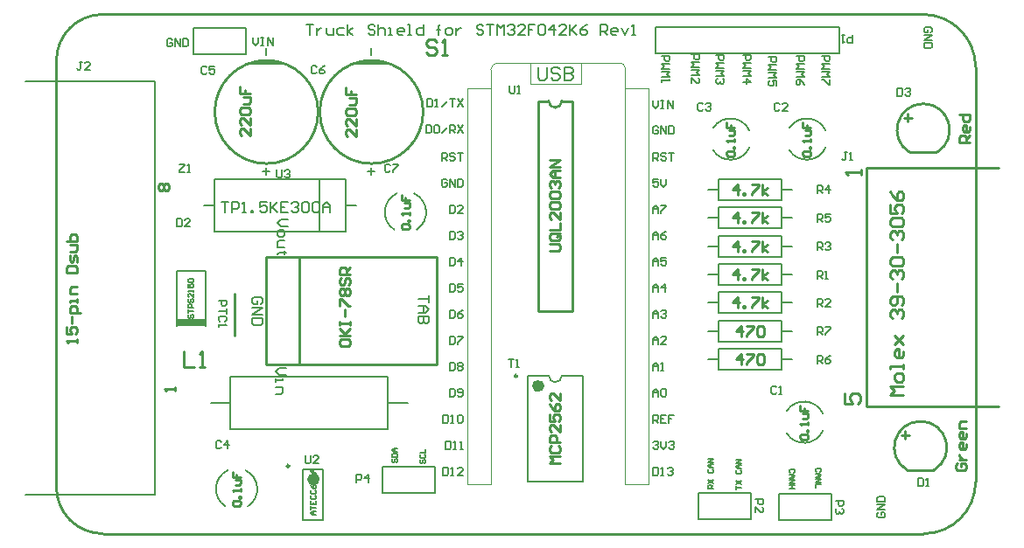
<source format=gto>
G04*
G04 #@! TF.GenerationSoftware,Altium Limited,Altium Designer,20.0.13 (296)*
G04*
G04 Layer_Color=65535*
%FSLAX25Y25*%
%MOIN*%
G70*
G01*
G75*
%ADD10C,0.00197*%
%ADD11C,0.01000*%
%ADD12C,0.02362*%
%ADD13C,0.00984*%
%ADD14C,0.00787*%
%ADD15C,0.00500*%
%ADD16R,0.11024X0.03150*%
D10*
X216500Y177793D02*
G03*
X214793Y179500I-1707J0D01*
G01*
X168000D02*
G03*
X165500Y177000I0J-2500D01*
G01*
X180688Y171563D02*
X180750Y171500D01*
X180500Y171750D02*
X180563Y171688D01*
X180688Y171563D01*
X195375Y171500D02*
X200000D01*
X180750D02*
X185625D01*
X195375D01*
X180500Y171750D02*
Y176000D01*
Y179500D01*
X200000Y171500D02*
Y176125D01*
Y178375D02*
Y179500D01*
Y176125D02*
Y178375D01*
X168000Y179500D02*
X214793D01*
X216500Y170000D02*
Y177793D01*
X165500Y170000D02*
Y177000D01*
X225500Y19000D02*
Y170000D01*
X216500Y19000D02*
X225500D01*
X216500D02*
Y170000D01*
X165500Y19000D02*
Y170000D01*
X156500Y19000D02*
X165500D01*
X156500D02*
Y170000D01*
X216500D02*
X225500D01*
X156500D02*
X165500D01*
D11*
X139685Y160824D02*
G03*
X139685Y160824I-19685J0D01*
G01*
X99685D02*
G03*
X99685Y160824I-19685J0D01*
G01*
X334264Y24285D02*
G03*
X323974Y24285I-5145J8575D01*
G01*
X187500Y165000D02*
G03*
X192500Y165000I2500J0D01*
G01*
X335325Y145378D02*
G03*
X325035Y145378I-5145J8575D01*
G01*
X79800Y64500D02*
Y105500D01*
X145000D01*
X79800Y64500D02*
X145000D01*
Y105500D01*
X92400Y64500D02*
Y105500D01*
X114000Y179482D02*
X126000D01*
X74000D02*
X86000D01*
X323230Y36079D02*
Y39179D01*
X321830Y37579D02*
X324730D01*
X323974Y24285D02*
X334264D01*
X67764Y75399D02*
Y91399D01*
X183500Y165000D02*
X187500D01*
X192500D02*
X196500D01*
Y85000D02*
Y165000D01*
X183500Y85000D02*
X196500D01*
X183500D02*
Y165000D01*
X308380Y139500D02*
X358774D01*
X308380Y48500D02*
Y139500D01*
Y48500D02*
X358774D01*
X324291Y157173D02*
Y160273D01*
X322891Y158673D02*
X325791D01*
X325035Y145378D02*
X335325D01*
X48600Y69398D02*
Y63400D01*
X52599D01*
X54598D02*
X56597D01*
X55598D01*
Y69398D01*
X54598Y68398D01*
X107701Y73599D02*
Y72266D01*
X108368Y71600D01*
X111034D01*
X111700Y72266D01*
Y73599D01*
X111034Y74266D01*
X108368D01*
X107701Y73599D01*
Y75599D02*
X111700D01*
X110367D01*
X107701Y78264D01*
X109701Y76265D01*
X111700Y78264D01*
X107701Y79597D02*
Y80930D01*
Y80264D01*
X111700D01*
Y79597D01*
Y80930D01*
X109701Y82930D02*
Y85596D01*
X107701Y86928D02*
Y89594D01*
X108368D01*
X111034Y86928D01*
X111700D01*
X108368Y90927D02*
X107701Y91593D01*
Y92926D01*
X108368Y93593D01*
X109034D01*
X109701Y92926D01*
X110367Y93593D01*
X111034D01*
X111700Y92926D01*
Y91593D01*
X111034Y90927D01*
X110367D01*
X109701Y91593D01*
X109034Y90927D01*
X108368D01*
X109701Y91593D02*
Y92926D01*
X108368Y97592D02*
X107701Y96925D01*
Y95592D01*
X108368Y94926D01*
X109034D01*
X109701Y95592D01*
Y96925D01*
X110367Y97592D01*
X111034D01*
X111700Y96925D01*
Y95592D01*
X111034Y94926D01*
X111700Y98924D02*
X107701D01*
Y100924D01*
X108368Y101590D01*
X109701D01*
X110367Y100924D01*
Y98924D01*
Y100257D02*
X111700Y101590D01*
X45188Y54599D02*
Y55932D01*
Y55266D01*
X41190D01*
X41856Y54599D01*
X39668Y130853D02*
X39001Y131519D01*
Y132852D01*
X39668Y133519D01*
X40334D01*
X41001Y132852D01*
X41667Y133519D01*
X42334D01*
X43000Y132852D01*
Y131519D01*
X42334Y130853D01*
X41667D01*
X41001Y131519D01*
X40334Y130853D01*
X39668D01*
X41001Y131519D02*
Y132852D01*
X7700Y72753D02*
Y74086D01*
Y73419D01*
X3701D01*
X4368Y72753D01*
X3701Y78751D02*
Y76085D01*
X5701D01*
X5034Y77418D01*
Y78085D01*
X5701Y78751D01*
X7034D01*
X7700Y78085D01*
Y76752D01*
X7034Y76085D01*
X5701Y80084D02*
Y82750D01*
X9033Y84083D02*
X5034D01*
Y86082D01*
X5701Y86748D01*
X7034D01*
X7700Y86082D01*
Y84083D01*
Y88081D02*
Y89414D01*
Y88748D01*
X5034D01*
Y88081D01*
X7700Y91414D02*
X5034D01*
Y93413D01*
X5701Y94080D01*
X7700D01*
X3701Y99411D02*
X7700D01*
Y101410D01*
X7034Y102077D01*
X4368D01*
X3701Y101410D01*
Y99411D01*
X7700Y103410D02*
Y105409D01*
X7034Y106076D01*
X6367Y105409D01*
Y104076D01*
X5701Y103410D01*
X5034Y104076D01*
Y106076D01*
Y107408D02*
X7034D01*
X7700Y108075D01*
Y110074D01*
X5034D01*
X3701Y111407D02*
X7700D01*
Y113407D01*
X7034Y114073D01*
X6367D01*
X5701D01*
X5034Y113407D01*
Y111407D01*
X322549Y53000D02*
X317551D01*
X319217Y54666D01*
X317551Y56332D01*
X322549D01*
Y58831D02*
Y60498D01*
X321716Y61331D01*
X320050D01*
X319217Y60498D01*
Y58831D01*
X320050Y57998D01*
X321716D01*
X322549Y58831D01*
Y62997D02*
Y64663D01*
Y63830D01*
X317551D01*
Y62997D01*
X322549Y69661D02*
Y67995D01*
X321716Y67162D01*
X320050D01*
X319217Y67995D01*
Y69661D01*
X320050Y70494D01*
X320883D01*
Y67162D01*
X319217Y72161D02*
X322549Y75493D01*
X320883Y73827D01*
X319217Y75493D01*
X322549Y72161D01*
X318384Y82157D02*
X317551Y82990D01*
Y84656D01*
X318384Y85489D01*
X319217D01*
X320050Y84656D01*
Y83823D01*
Y84656D01*
X320883Y85489D01*
X321716D01*
X322549Y84656D01*
Y82990D01*
X321716Y82157D01*
Y87156D02*
X322549Y87989D01*
Y89655D01*
X321716Y90488D01*
X318384D01*
X317551Y89655D01*
Y87989D01*
X318384Y87156D01*
X319217D01*
X320050Y87989D01*
Y90488D01*
Y92154D02*
Y95486D01*
X318384Y97152D02*
X317551Y97985D01*
Y99651D01*
X318384Y100485D01*
X319217D01*
X320050Y99651D01*
Y98818D01*
Y99651D01*
X320883Y100485D01*
X321716D01*
X322549Y99651D01*
Y97985D01*
X321716Y97152D01*
X318384Y102151D02*
X317551Y102984D01*
Y104650D01*
X318384Y105483D01*
X321716D01*
X322549Y104650D01*
Y102984D01*
X321716Y102151D01*
X318384D01*
X320050Y107149D02*
Y110481D01*
X318384Y112147D02*
X317551Y112981D01*
Y114647D01*
X318384Y115480D01*
X319217D01*
X320050Y114647D01*
Y113814D01*
Y114647D01*
X320883Y115480D01*
X321716D01*
X322549Y114647D01*
Y112981D01*
X321716Y112147D01*
X318384Y117146D02*
X317551Y117979D01*
Y119645D01*
X318384Y120478D01*
X321716D01*
X322549Y119645D01*
Y117979D01*
X321716Y117146D01*
X318384D01*
X317551Y125477D02*
Y122144D01*
X320050D01*
X319217Y123810D01*
Y124644D01*
X320050Y125477D01*
X321716D01*
X322549Y124644D01*
Y122977D01*
X321716Y122144D01*
X317551Y130475D02*
X318384Y128809D01*
X320050Y127143D01*
X321716D01*
X322549Y127976D01*
Y129642D01*
X321716Y130475D01*
X320883D01*
X320050Y129642D01*
Y127143D01*
X306549Y137000D02*
Y138999D01*
Y138000D01*
X300551D01*
X301551Y137000D01*
X300051Y53499D02*
Y49500D01*
X303050D01*
X302051Y51499D01*
Y52499D01*
X303050Y53499D01*
X305050D01*
X306049Y52499D01*
Y50500D01*
X305050Y49500D01*
X144999Y187598D02*
X143999Y188598D01*
X142000D01*
X141000Y187598D01*
Y186599D01*
X142000Y185599D01*
X143999D01*
X144999Y184599D01*
Y183600D01*
X143999Y182600D01*
X142000D01*
X141000Y183600D01*
X146998Y182600D02*
X148997D01*
X147998D01*
Y188598D01*
X146998Y187598D01*
X188001Y107700D02*
X191333D01*
X192000Y108367D01*
Y109699D01*
X191333Y110366D01*
X188001D01*
X191333Y114365D02*
X188668D01*
X188001Y113698D01*
Y112365D01*
X188668Y111699D01*
X191333D01*
X192000Y112365D01*
Y113698D01*
X190667Y113032D02*
X192000Y114365D01*
Y113698D02*
X191333Y114365D01*
X188001Y115697D02*
X192000D01*
Y118363D01*
Y122362D02*
Y119696D01*
X189334Y122362D01*
X188668D01*
X188001Y121695D01*
Y120363D01*
X188668Y119696D01*
Y123695D02*
X188001Y124361D01*
Y125694D01*
X188668Y126361D01*
X191333D01*
X192000Y125694D01*
Y124361D01*
X191333Y123695D01*
X188668D01*
Y127694D02*
X188001Y128360D01*
Y129693D01*
X188668Y130359D01*
X191333D01*
X192000Y129693D01*
Y128360D01*
X191333Y127694D01*
X188668D01*
Y131692D02*
X188001Y132359D01*
Y133692D01*
X188668Y134358D01*
X189334D01*
X190001Y133692D01*
Y133025D01*
Y133692D01*
X190667Y134358D01*
X191333D01*
X192000Y133692D01*
Y132359D01*
X191333Y131692D01*
X192000Y135691D02*
X189334D01*
X188001Y137024D01*
X189334Y138357D01*
X192000D01*
X190001D01*
Y135691D01*
X192000Y139690D02*
X188001D01*
X192000Y142356D01*
X188001D01*
X192000Y26900D02*
X188001D01*
X189334Y28233D01*
X188001Y29566D01*
X192000D01*
X188668Y33564D02*
X188001Y32898D01*
Y31565D01*
X188668Y30899D01*
X191333D01*
X192000Y31565D01*
Y32898D01*
X191333Y33564D01*
X192000Y34897D02*
X188001D01*
Y36897D01*
X188668Y37563D01*
X190001D01*
X190667Y36897D01*
Y34897D01*
X192000Y41562D02*
Y38896D01*
X189334Y41562D01*
X188668D01*
X188001Y40896D01*
Y39563D01*
X188668Y38896D01*
X188001Y45561D02*
Y42895D01*
X190001D01*
X189334Y44228D01*
Y44894D01*
X190001Y45561D01*
X191333D01*
X192000Y44894D01*
Y43561D01*
X191333Y42895D01*
X188001Y49559D02*
X188668Y48226D01*
X190001Y46894D01*
X191333D01*
X192000Y47560D01*
Y48893D01*
X191333Y49559D01*
X190667D01*
X190001Y48893D01*
Y46894D01*
X192000Y53558D02*
Y50892D01*
X189334Y53558D01*
X188668D01*
X188001Y52892D01*
Y51559D01*
X188668Y50892D01*
X260899Y75300D02*
Y79299D01*
X258900Y77299D01*
X261566D01*
X262899Y79299D02*
X265564D01*
Y78632D01*
X262899Y75966D01*
Y75300D01*
X266897Y78632D02*
X267564Y79299D01*
X268897D01*
X269563Y78632D01*
Y75966D01*
X268897Y75300D01*
X267564D01*
X266897Y75966D01*
Y78632D01*
X260899Y64500D02*
Y68499D01*
X258900Y66499D01*
X261566D01*
X262899Y68499D02*
X265564D01*
Y67832D01*
X262899Y65166D01*
Y64500D01*
X266897Y67832D02*
X267564Y68499D01*
X268897D01*
X269563Y67832D01*
Y65166D01*
X268897Y64500D01*
X267564D01*
X266897Y65166D01*
Y67832D01*
X259499Y118400D02*
Y122399D01*
X257500Y120399D01*
X260166D01*
X261499Y118400D02*
Y119067D01*
X262165D01*
Y118400D01*
X261499D01*
X264831Y122399D02*
X267497D01*
Y121732D01*
X264831Y119067D01*
Y118400D01*
X268830D02*
Y122399D01*
Y119733D02*
X270829Y121066D01*
X268830Y119733D02*
X270829Y118400D01*
X259499Y129200D02*
Y133199D01*
X257500Y131199D01*
X260166D01*
X261499Y129200D02*
Y129867D01*
X262165D01*
Y129200D01*
X261499D01*
X264831Y133199D02*
X267497D01*
Y132532D01*
X264831Y129867D01*
Y129200D01*
X268830D02*
Y133199D01*
Y130533D02*
X270829Y131866D01*
X268830Y130533D02*
X270829Y129200D01*
X259499Y107600D02*
Y111599D01*
X257500Y109599D01*
X260166D01*
X261499Y107600D02*
Y108266D01*
X262165D01*
Y107600D01*
X261499D01*
X264831Y111599D02*
X267497D01*
Y110932D01*
X264831Y108266D01*
Y107600D01*
X268830D02*
Y111599D01*
Y108933D02*
X270829Y110266D01*
X268830Y108933D02*
X270829Y107600D01*
X259499Y86100D02*
Y90099D01*
X257500Y88099D01*
X260166D01*
X261499Y86100D02*
Y86766D01*
X262165D01*
Y86100D01*
X261499D01*
X264831Y90099D02*
X267497D01*
Y89432D01*
X264831Y86766D01*
Y86100D01*
X268830D02*
Y90099D01*
Y87433D02*
X270829Y88766D01*
X268830Y87433D02*
X270829Y86100D01*
X259499Y96800D02*
Y100799D01*
X257500Y98799D01*
X260166D01*
X261499Y96800D02*
Y97466D01*
X262165D01*
Y96800D01*
X261499D01*
X264831Y100799D02*
X267497D01*
Y100132D01*
X264831Y97466D01*
Y96800D01*
X268830D02*
Y100799D01*
Y98133D02*
X270829Y99466D01*
X268830Y98133D02*
X270829Y96800D01*
X347700Y149300D02*
X343701D01*
Y151299D01*
X344368Y151966D01*
X345701D01*
X346367Y151299D01*
Y149300D01*
Y150633D02*
X347700Y151966D01*
Y155298D02*
Y153965D01*
X347034Y153299D01*
X345701D01*
X345034Y153965D01*
Y155298D01*
X345701Y155965D01*
X346367D01*
Y153299D01*
X343701Y159963D02*
X347700D01*
Y157964D01*
X347034Y157297D01*
X345701D01*
X345034Y157964D01*
Y159963D01*
X343268Y26866D02*
X342601Y26199D01*
Y24867D01*
X343268Y24200D01*
X345934D01*
X346600Y24867D01*
Y26199D01*
X345934Y26866D01*
X344601D01*
Y25533D01*
X343934Y28199D02*
X346600D01*
X345267D01*
X344601Y28865D01*
X343934Y29532D01*
Y30198D01*
X346600Y34197D02*
Y32864D01*
X345934Y32197D01*
X344601D01*
X343934Y32864D01*
Y34197D01*
X344601Y34863D01*
X345267D01*
Y32197D01*
X346600Y38195D02*
Y36863D01*
X345934Y36196D01*
X344601D01*
X343934Y36863D01*
Y38195D01*
X344601Y38862D01*
X345267D01*
Y36196D01*
X346600Y40195D02*
X343934D01*
Y42194D01*
X344601Y42861D01*
X346600D01*
X131974Y116080D02*
X131474Y116580D01*
Y117580D01*
X131974Y118080D01*
X133974D01*
X134473Y117580D01*
Y116580D01*
X133974Y116080D01*
X131974D01*
X134473Y119079D02*
X133974D01*
Y119579D01*
X134473D01*
Y119079D01*
Y121579D02*
Y122578D01*
Y122078D01*
X131474D01*
X131974Y121579D01*
X132474Y124078D02*
X133974D01*
X134473Y124577D01*
Y126077D01*
X132474D01*
X131474Y129076D02*
Y127077D01*
X132974D01*
Y128076D01*
Y127077D01*
X134473D01*
X114217Y154092D02*
Y151426D01*
X111551Y154092D01*
X110885D01*
X110218Y153425D01*
Y152092D01*
X110885Y151426D01*
X114217Y158090D02*
Y155424D01*
X111551Y158090D01*
X110885D01*
X110218Y157424D01*
Y156091D01*
X110885Y155424D01*
Y159423D02*
X110218Y160090D01*
Y161422D01*
X110885Y162089D01*
X113551D01*
X114217Y161422D01*
Y160090D01*
X113551Y159423D01*
X110885D01*
X111551Y163422D02*
X113551D01*
X114217Y164088D01*
Y166088D01*
X111551D01*
X110218Y170086D02*
Y167420D01*
X112218D01*
Y168753D01*
Y167420D01*
X114217D01*
X73919Y154460D02*
Y151794D01*
X71253Y154460D01*
X70587D01*
X69920Y153794D01*
Y152461D01*
X70587Y151794D01*
X73919Y158459D02*
Y155793D01*
X71253Y158459D01*
X70587D01*
X69920Y157792D01*
Y156459D01*
X70587Y155793D01*
Y159792D02*
X69920Y160458D01*
Y161791D01*
X70587Y162458D01*
X73252D01*
X73919Y161791D01*
Y160458D01*
X73252Y159792D01*
X70587D01*
X71253Y163790D02*
X73252D01*
X73919Y164457D01*
Y166456D01*
X71253D01*
X69920Y170455D02*
Y167789D01*
X71920D01*
Y169122D01*
Y167789D01*
X73919D01*
X67607Y10567D02*
X67107Y11067D01*
Y12067D01*
X67607Y12567D01*
X69607D01*
X70106Y12067D01*
Y11067D01*
X69607Y10567D01*
X67607D01*
X70106Y13566D02*
X69607D01*
Y14066D01*
X70106D01*
Y13566D01*
Y16066D02*
Y17065D01*
Y16566D01*
X67107D01*
X67607Y16066D01*
X68107Y18565D02*
X69607D01*
X70106Y19065D01*
Y20564D01*
X68107D01*
X67107Y23563D02*
Y21564D01*
X68607D01*
Y22564D01*
Y21564D01*
X70106D01*
X255701Y144000D02*
X255201Y144500D01*
Y145500D01*
X255701Y145999D01*
X257700D01*
X258200Y145500D01*
Y144500D01*
X257700Y144000D01*
X255701D01*
X258200Y146999D02*
X257700D01*
Y147499D01*
X258200D01*
Y146999D01*
Y149498D02*
Y150498D01*
Y149998D01*
X255201D01*
X255701Y149498D01*
X256201Y151997D02*
X257700D01*
X258200Y152497D01*
Y153997D01*
X256201D01*
X255201Y156996D02*
Y154996D01*
X256700D01*
Y155996D01*
Y154996D01*
X258200D01*
X284801Y144000D02*
X284301Y144500D01*
Y145500D01*
X284801Y145999D01*
X286800D01*
X287300Y145500D01*
Y144500D01*
X286800Y144000D01*
X284801D01*
X287300Y146999D02*
X286800D01*
Y147499D01*
X287300D01*
Y146999D01*
Y149498D02*
Y150498D01*
Y149998D01*
X284301D01*
X284801Y149498D01*
X285301Y151997D02*
X286800D01*
X287300Y152497D01*
Y153997D01*
X285301D01*
X284301Y156996D02*
Y154996D01*
X285801D01*
Y155996D01*
Y154996D01*
X287300D01*
X283701Y36000D02*
X283201Y36500D01*
Y37499D01*
X283701Y37999D01*
X285700D01*
X286200Y37499D01*
Y36500D01*
X285700Y36000D01*
X283701D01*
X286200Y38999D02*
X285700D01*
Y39499D01*
X286200D01*
Y38999D01*
Y41498D02*
Y42498D01*
Y41998D01*
X283201D01*
X283701Y41498D01*
X284201Y43997D02*
X285700D01*
X286200Y44497D01*
Y45997D01*
X284201D01*
X283201Y48996D02*
Y46996D01*
X284700D01*
Y47996D01*
Y46996D01*
X286200D01*
X330325Y0D02*
G03*
X350065Y19739I0J19739D01*
G01*
X350064Y177977D02*
G03*
X330009Y198033I-20056J0D01*
G01*
X17619Y198033D02*
G03*
X0Y180413I0J-17619D01*
G01*
Y17716D02*
G03*
X17717Y0I17716J-0D01*
G01*
X350065Y177977D02*
X350065Y19739D01*
X17620Y198033D02*
X330009Y198033D01*
X0Y17717D02*
Y180413D01*
X17717Y0D02*
X330325D01*
D12*
X99069Y20709D02*
G03*
X99069Y20709I-1181J0D01*
G01*
X184685Y56339D02*
G03*
X184685Y56339I-1181J0D01*
G01*
D13*
X88734Y25846D02*
G03*
X88734Y25846I-492J0D01*
G01*
X175492Y60118D02*
G03*
X175492Y60118I-492J0D01*
G01*
D14*
X291909Y45785D02*
G03*
X278109Y46743I-7161J-3274D01*
G01*
Y38278D02*
G03*
X291909Y39237I6640J4232D01*
G01*
X187500Y60276D02*
G03*
X192500Y60276I2500J0D01*
G01*
X263893Y153755D02*
G03*
X250092Y154713I-7161J-3274D01*
G01*
Y146248D02*
G03*
X263893Y147206I6640J4232D01*
G01*
X292945Y153755D02*
G03*
X279144Y154713I-7161J-3274D01*
G01*
Y146248D02*
G03*
X292945Y147206I6640J4232D01*
G01*
X129672Y129742D02*
G03*
X128714Y115941I3274J-7161D01*
G01*
X137178D02*
G03*
X136220Y129742I-4232J6640D01*
G01*
X65344Y24194D02*
G03*
X64386Y10393I3274J-7161D01*
G01*
X72851D02*
G03*
X71893Y24194I-4232J6640D01*
G01*
X58702Y50000D02*
X66202D01*
X126202D02*
X133702D01*
X126202Y40000D02*
Y60000D01*
X66202D02*
X126202D01*
X66202Y40000D02*
Y60000D01*
Y40000D02*
X126202D01*
X60029Y135087D02*
X110029D01*
X60029Y115087D02*
Y135087D01*
Y115087D02*
X110029D01*
Y135087D01*
X100029Y115087D02*
Y135087D01*
X56029Y125087D02*
X60029D01*
X110029D02*
X114029D01*
X52181Y182746D02*
Y192746D01*
X72181D01*
Y182746D02*
Y192746D01*
X52181Y182746D02*
X72181D01*
X228045Y193241D02*
X298045D01*
X228045Y183241D02*
Y193241D01*
Y183241D02*
X298045D01*
Y193241D01*
X-11800Y172493D02*
X37413D01*
X-11800Y15013D02*
X37413D01*
Y172493D01*
X244585Y5385D02*
Y15385D01*
X264585D01*
Y5385D02*
Y15385D01*
X244585Y5385D02*
X264585D01*
X295180Y5288D02*
Y15288D01*
X275180Y5288D02*
X295180D01*
X275180D02*
Y15288D01*
X295180D01*
X93951Y5354D02*
X101628D01*
X93951Y24646D02*
X101628D01*
Y5354D02*
Y24646D01*
X93951Y5354D02*
Y24646D01*
X124241Y15682D02*
Y25682D01*
X144241D01*
Y15682D02*
Y25682D01*
X124241Y15682D02*
X144241D01*
X276192Y94849D02*
Y102849D01*
X252192Y94849D02*
X276192D01*
X252192D02*
Y102849D01*
X276192D01*
Y98849D02*
X280192D01*
X248192D02*
X252192D01*
X276192Y84054D02*
Y92054D01*
X252192Y84054D02*
X276192D01*
X252192D02*
Y92054D01*
X276192D01*
Y88054D02*
X280192D01*
X248192D02*
X252192D01*
X179567Y19724D02*
Y60276D01*
X200433Y19724D02*
Y60276D01*
X179567D02*
X187500D01*
X192500D02*
X200433D01*
X179567Y19724D02*
X200433D01*
X276192Y105645D02*
Y113645D01*
X252192Y105645D02*
X276192D01*
X252192D02*
Y113645D01*
X276192D01*
Y109645D02*
X280192D01*
X248192D02*
X252192D01*
X276192Y116440D02*
Y124440D01*
X252192Y116440D02*
X276192D01*
X252192D02*
Y124440D01*
X276192D01*
Y120440D02*
X280192D01*
X248192D02*
X252192D01*
X276192Y127236D02*
Y135236D01*
X252192Y127236D02*
X276192D01*
X252192D02*
Y135236D01*
X276192D01*
Y131236D02*
X280192D01*
X248192D02*
X252192D01*
X276192Y62463D02*
Y70463D01*
X252192Y62463D02*
X276192D01*
X252192D02*
Y70463D01*
X276192D01*
Y66463D02*
X280192D01*
X248192D02*
X252192D01*
X45750Y100080D02*
X56774D01*
Y79214D02*
Y100080D01*
X45750Y79214D02*
Y100080D01*
X276192Y73258D02*
Y81258D01*
X252192Y73258D02*
X276192D01*
X252192D02*
Y81258D01*
X276192D01*
Y77258D02*
X280192D01*
X248192D02*
X252192D01*
X227287Y165286D02*
Y163287D01*
X228287Y162287D01*
X229287Y163287D01*
Y165286D01*
X230286D02*
X231286D01*
X230786D01*
Y162287D01*
X230286D01*
X231286D01*
X232786D02*
Y165286D01*
X234785Y162287D01*
Y165286D01*
X229286Y154857D02*
X228786Y155357D01*
X227787D01*
X227287Y154857D01*
Y152858D01*
X227787Y152358D01*
X228786D01*
X229286Y152858D01*
Y153858D01*
X228286D01*
X230286Y152358D02*
Y155357D01*
X232285Y152358D01*
Y155357D01*
X233285D02*
Y152358D01*
X234784D01*
X235284Y152858D01*
Y154857D01*
X234784Y155357D01*
X233285D01*
X227287Y142355D02*
Y145354D01*
X228786D01*
X229286Y144854D01*
Y143854D01*
X228786Y143354D01*
X227287D01*
X228286D02*
X229286Y142355D01*
X232285Y144854D02*
X231785Y145354D01*
X230786D01*
X230286Y144854D01*
Y144354D01*
X230786Y143854D01*
X231785D01*
X232285Y143354D01*
Y142854D01*
X231785Y142355D01*
X230786D01*
X230286Y142854D01*
X233285Y145354D02*
X235284D01*
X234284D01*
Y142355D01*
X229286Y135351D02*
X227287D01*
Y133851D01*
X228287Y134351D01*
X228786D01*
X229286Y133851D01*
Y132851D01*
X228786Y132352D01*
X227787D01*
X227287Y132851D01*
X230286Y135351D02*
Y133351D01*
X231286Y132352D01*
X232285Y133351D01*
Y135351D01*
X227287Y122348D02*
Y124348D01*
X228287Y125347D01*
X229286Y124348D01*
Y122348D01*
Y123848D01*
X227287D01*
X230286Y125347D02*
X232285D01*
Y124847D01*
X230286Y122848D01*
Y122348D01*
X227287Y112345D02*
Y114344D01*
X228287Y115344D01*
X229286Y114344D01*
Y112345D01*
Y113845D01*
X227287D01*
X232285Y115344D02*
X231286Y114844D01*
X230286Y113845D01*
Y112845D01*
X230786Y112345D01*
X231785D01*
X232285Y112845D01*
Y113345D01*
X231785Y113845D01*
X230286D01*
X227287Y102342D02*
Y104341D01*
X228287Y105341D01*
X229286Y104341D01*
Y102342D01*
Y103841D01*
X227287D01*
X232285Y105341D02*
X230286D01*
Y103841D01*
X231286Y104341D01*
X231785D01*
X232285Y103841D01*
Y102841D01*
X231785Y102342D01*
X230786D01*
X230286Y102841D01*
X227287Y92338D02*
Y94338D01*
X228287Y95337D01*
X229286Y94338D01*
Y92338D01*
Y93838D01*
X227287D01*
X231785Y92338D02*
Y95337D01*
X230286Y93838D01*
X232285D01*
X227287Y82335D02*
Y84334D01*
X228287Y85334D01*
X229286Y84334D01*
Y82335D01*
Y83835D01*
X227287D01*
X230286Y84834D02*
X230786Y85334D01*
X231785D01*
X232285Y84834D01*
Y84334D01*
X231785Y83835D01*
X231286D01*
X231785D01*
X232285Y83335D01*
Y82835D01*
X231785Y82335D01*
X230786D01*
X230286Y82835D01*
X227287Y72332D02*
Y74331D01*
X228287Y75331D01*
X229286Y74331D01*
Y72332D01*
Y73831D01*
X227287D01*
X232285Y72332D02*
X230286D01*
X232285Y74331D01*
Y74831D01*
X231785Y75331D01*
X230786D01*
X230286Y74831D01*
X227287Y62329D02*
Y64328D01*
X228286Y65328D01*
X229286Y64328D01*
Y62329D01*
Y63828D01*
X227287D01*
X230286Y62329D02*
X231286D01*
X230786D01*
Y65328D01*
X230286Y64828D01*
X227287Y52325D02*
Y54325D01*
X228287Y55324D01*
X229286Y54325D01*
Y52325D01*
Y53825D01*
X227287D01*
X230286Y54825D02*
X230786Y55324D01*
X231785D01*
X232285Y54825D01*
Y52825D01*
X231785Y52325D01*
X230786D01*
X230286Y52825D01*
Y54825D01*
X227287Y42322D02*
Y45321D01*
X228786D01*
X229286Y44821D01*
Y43822D01*
X228786Y43322D01*
X227287D01*
X228286D02*
X229286Y42322D01*
X232285Y45321D02*
X230286D01*
Y42322D01*
X232285D01*
X230286Y43822D02*
X231285D01*
X235284Y45321D02*
X233285D01*
Y43822D01*
X234284D01*
X233285D01*
Y42322D01*
X227287Y34818D02*
X227787Y35318D01*
X228786D01*
X229286Y34818D01*
Y34318D01*
X228786Y33818D01*
X228286D01*
X228786D01*
X229286Y33319D01*
Y32819D01*
X228786Y32319D01*
X227787D01*
X227287Y32819D01*
X230286Y35318D02*
Y33319D01*
X231285Y32319D01*
X232285Y33319D01*
Y35318D01*
X233285Y34818D02*
X233785Y35318D01*
X234784D01*
X235284Y34818D01*
Y34318D01*
X234784Y33818D01*
X234284D01*
X234784D01*
X235284Y33319D01*
Y32819D01*
X234784Y32319D01*
X233785D01*
X233285Y32819D01*
X227287Y25315D02*
Y22316D01*
X228786D01*
X229286Y22816D01*
Y24815D01*
X228786Y25315D01*
X227287D01*
X230286Y22316D02*
X231285D01*
X230786D01*
Y25315D01*
X230286Y24815D01*
X232785D02*
X233285Y25315D01*
X234284D01*
X234784Y24815D01*
Y24315D01*
X234284Y23815D01*
X233785D01*
X234284D01*
X234784Y23315D01*
Y22816D01*
X234284Y22316D01*
X233285D01*
X232785Y22816D01*
X141289Y165786D02*
Y162787D01*
X142788D01*
X143288Y163287D01*
Y165287D01*
X142788Y165786D01*
X141289D01*
X144288Y162787D02*
X145287D01*
X144788D01*
Y165786D01*
X144288Y165287D01*
X146787Y162787D02*
X148786Y164787D01*
X149786Y165786D02*
X151785D01*
X150786D01*
Y162787D01*
X152785Y165786D02*
X154784Y162787D01*
Y165786D02*
X152785Y162787D01*
X140789Y155786D02*
Y152787D01*
X142288D01*
X142788Y153287D01*
Y155287D01*
X142288Y155786D01*
X140789D01*
X143788Y155287D02*
X144288Y155786D01*
X145287D01*
X145787Y155287D01*
Y153287D01*
X145287Y152787D01*
X144288D01*
X143788Y153287D01*
Y155287D01*
X146787Y152787D02*
X148786Y154787D01*
X149786Y152787D02*
Y155786D01*
X151285D01*
X151785Y155287D01*
Y154287D01*
X151285Y153787D01*
X149786D01*
X150786D02*
X151785Y152787D01*
X152785Y155786D02*
X154784Y152787D01*
Y155786D02*
X152785Y152787D01*
X146787Y142355D02*
Y145354D01*
X148286D01*
X148786Y144854D01*
Y143854D01*
X148286Y143354D01*
X146787D01*
X147786D02*
X148786Y142355D01*
X151785Y144854D02*
X151285Y145354D01*
X150286D01*
X149786Y144854D01*
Y144354D01*
X150286Y143854D01*
X151285D01*
X151785Y143354D01*
Y142854D01*
X151285Y142355D01*
X150286D01*
X149786Y142854D01*
X152785Y145354D02*
X154784D01*
X153785D01*
Y142355D01*
X148786Y134851D02*
X148286Y135350D01*
X147287D01*
X146787Y134851D01*
Y132851D01*
X147287Y132351D01*
X148286D01*
X148786Y132851D01*
Y133851D01*
X147786D01*
X149786Y132351D02*
Y135350D01*
X151785Y132351D01*
Y135350D01*
X152785D02*
Y132351D01*
X154284D01*
X154784Y132851D01*
Y134851D01*
X154284Y135350D01*
X152785D01*
X149786Y125347D02*
Y122348D01*
X151285D01*
X151785Y122848D01*
Y124847D01*
X151285Y125347D01*
X149786D01*
X154784Y122348D02*
X152785D01*
X154784Y124347D01*
Y124847D01*
X154284Y125347D01*
X153285D01*
X152785Y124847D01*
X149786Y115344D02*
Y112345D01*
X151285D01*
X151785Y112845D01*
Y114844D01*
X151285Y115344D01*
X149786D01*
X152785Y114844D02*
X153285Y115344D01*
X154284D01*
X154784Y114844D01*
Y114344D01*
X154284Y113844D01*
X153785D01*
X154284D01*
X154784Y113345D01*
Y112845D01*
X154284Y112345D01*
X153285D01*
X152785Y112845D01*
X149786Y105341D02*
Y102342D01*
X151285D01*
X151785Y102841D01*
Y104841D01*
X151285Y105341D01*
X149786D01*
X154284Y102342D02*
Y105341D01*
X152785Y103841D01*
X154784D01*
X149786Y95337D02*
Y92338D01*
X151285D01*
X151785Y92838D01*
Y94837D01*
X151285Y95337D01*
X149786D01*
X154784D02*
X152785D01*
Y93838D01*
X153785Y94338D01*
X154284D01*
X154784Y93838D01*
Y92838D01*
X154284Y92338D01*
X153285D01*
X152785Y92838D01*
X149786Y85334D02*
Y82335D01*
X151285D01*
X151785Y82835D01*
Y84834D01*
X151285Y85334D01*
X149786D01*
X154784D02*
X153785Y84834D01*
X152785Y83835D01*
Y82835D01*
X153285Y82335D01*
X154284D01*
X154784Y82835D01*
Y83335D01*
X154284Y83835D01*
X152785D01*
X149786Y75331D02*
Y72332D01*
X151285D01*
X151785Y72832D01*
Y74831D01*
X151285Y75331D01*
X149786D01*
X152785D02*
X154784D01*
Y74831D01*
X152785Y72832D01*
Y72332D01*
X149786Y65328D02*
Y62328D01*
X151285D01*
X151785Y62828D01*
Y64828D01*
X151285Y65328D01*
X149786D01*
X152785Y64828D02*
X153285Y65328D01*
X154284D01*
X154784Y64828D01*
Y64328D01*
X154284Y63828D01*
X154784Y63328D01*
Y62828D01*
X154284Y62328D01*
X153285D01*
X152785Y62828D01*
Y63328D01*
X153285Y63828D01*
X152785Y64328D01*
Y64828D01*
X153285Y63828D02*
X154284D01*
X149786Y55324D02*
Y52325D01*
X151285D01*
X151785Y52825D01*
Y54825D01*
X151285Y55324D01*
X149786D01*
X152785Y52825D02*
X153285Y52325D01*
X154284D01*
X154784Y52825D01*
Y54825D01*
X154284Y55324D01*
X153285D01*
X152785Y54825D01*
Y54325D01*
X153285Y53825D01*
X154784D01*
X147287Y45321D02*
Y42322D01*
X148786D01*
X149286Y42822D01*
Y44821D01*
X148786Y45321D01*
X147287D01*
X150286Y42322D02*
X151285D01*
X150786D01*
Y45321D01*
X150286Y44821D01*
X152785D02*
X153285Y45321D01*
X154284D01*
X154784Y44821D01*
Y42822D01*
X154284Y42322D01*
X153285D01*
X152785Y42822D01*
Y44821D01*
X148286Y35318D02*
Y32319D01*
X149786D01*
X150286Y32819D01*
Y34818D01*
X149786Y35318D01*
X148286D01*
X151285Y32319D02*
X152285D01*
X151785D01*
Y35318D01*
X151285Y34818D01*
X153785Y32319D02*
X154784D01*
X154284D01*
Y35318D01*
X153785Y34818D01*
X147287Y25315D02*
Y22316D01*
X148786D01*
X149286Y22815D01*
Y24815D01*
X148786Y25315D01*
X147287D01*
X150286Y22316D02*
X151285D01*
X150786D01*
Y25315D01*
X150286Y24815D01*
X154784Y22316D02*
X152785D01*
X154784Y24315D01*
Y24815D01*
X154284Y25315D01*
X153285D01*
X152785Y24815D01*
X44085Y188340D02*
X43585Y188840D01*
X42585D01*
X42085Y188340D01*
Y186341D01*
X42585Y185841D01*
X43585D01*
X44085Y186341D01*
Y187340D01*
X43085D01*
X45084Y185841D02*
Y188840D01*
X47084Y185841D01*
Y188840D01*
X48083D02*
Y185841D01*
X49583D01*
X50083Y186341D01*
Y188340D01*
X49583Y188840D01*
X48083D01*
X75000Y189150D02*
Y187151D01*
X76000Y186151D01*
X77000Y187151D01*
Y189150D01*
X77999D02*
X78999D01*
X78499D01*
Y186151D01*
X77999D01*
X78999D01*
X80498D02*
Y189150D01*
X82498Y186151D01*
Y189150D01*
D15*
X138850Y28317D02*
X138517Y27984D01*
Y27318D01*
X138850Y26985D01*
X139183D01*
X139517Y27318D01*
Y27984D01*
X139850Y28317D01*
X140183D01*
X140516Y27984D01*
Y27318D01*
X140183Y26985D01*
X138850Y30317D02*
X138517Y29983D01*
Y29317D01*
X138850Y28984D01*
X140183D01*
X140516Y29317D01*
Y29983D01*
X140183Y30317D01*
X138517Y30983D02*
X140516D01*
Y32316D01*
X128277Y28551D02*
X127943Y28218D01*
Y27552D01*
X128277Y27218D01*
X128610D01*
X128943Y27552D01*
Y28218D01*
X129276Y28551D01*
X129609D01*
X129943Y28218D01*
Y27552D01*
X129609Y27218D01*
X127943Y29218D02*
X129943D01*
Y30217D01*
X129609Y30551D01*
X128277D01*
X127943Y30217D01*
Y29218D01*
X129943Y31217D02*
X128610D01*
X127943Y31883D01*
X128610Y32550D01*
X129943D01*
X128943D01*
Y31217D01*
X83963Y138736D02*
Y136236D01*
X84463Y135737D01*
X85463D01*
X85963Y136236D01*
Y138736D01*
X86962Y138236D02*
X87462Y138736D01*
X88462D01*
X88962Y138236D01*
Y137736D01*
X88462Y137236D01*
X87962D01*
X88462D01*
X88962Y136736D01*
Y136236D01*
X88462Y135737D01*
X87462D01*
X86962Y136236D01*
X77732Y87634D02*
X78399Y88301D01*
Y89634D01*
X77732Y90300D01*
X75067D01*
X74400Y89634D01*
Y88301D01*
X75067Y87634D01*
X76399D01*
Y88967D01*
X74400Y86301D02*
X78399D01*
X74400Y83635D01*
X78399D01*
Y82303D02*
X74400D01*
Y80303D01*
X75067Y79637D01*
X77732D01*
X78399Y80303D01*
Y82303D01*
X88099Y119900D02*
X85433D01*
X84100Y118567D01*
X85433Y117234D01*
X88099D01*
X84100Y115235D02*
Y113902D01*
X84767Y113235D01*
X86099D01*
X86766Y113902D01*
Y115235D01*
X86099Y115901D01*
X84767D01*
X84100Y115235D01*
X86766Y111903D02*
X84767D01*
X84100Y111236D01*
Y109237D01*
X86766D01*
X87432Y107237D02*
X86766D01*
Y107904D01*
Y106571D01*
Y107237D01*
X84767D01*
X84100Y106571D01*
X141799Y90800D02*
Y88134D01*
Y89467D01*
X137800D01*
Y86801D02*
X140466D01*
X141799Y85468D01*
X140466Y84136D01*
X137800D01*
X139799D01*
Y86801D01*
X141799Y82803D02*
X137800D01*
Y80803D01*
X138467Y80137D01*
X139133D01*
X139799Y80803D01*
Y82803D01*
Y80803D01*
X140466Y80137D01*
X141132D01*
X141799Y80803D01*
Y82803D01*
X87599Y63200D02*
X84933D01*
X83600Y61867D01*
X84933Y60534D01*
X87599D01*
X83600Y59201D02*
Y57868D01*
Y58535D01*
X86266D01*
Y59201D01*
X83600Y55869D02*
X86266D01*
Y53870D01*
X85599Y53203D01*
X83600D01*
X332952Y191080D02*
X333452Y191580D01*
Y192580D01*
X332952Y193080D01*
X330952D01*
X330452Y192580D01*
Y191580D01*
X330952Y191080D01*
X331952D01*
Y192080D01*
X330452Y190081D02*
X333452D01*
X330452Y188082D01*
X333452D01*
Y187082D02*
X330452D01*
Y185582D01*
X330952Y185082D01*
X332952D01*
X333452Y185582D01*
Y187082D01*
X313142Y8126D02*
X312642Y7627D01*
Y6627D01*
X313142Y6127D01*
X315142D01*
X315641Y6627D01*
Y7627D01*
X315142Y8126D01*
X314142D01*
Y7127D01*
X315641Y9126D02*
X312642D01*
X315641Y11125D01*
X312642D01*
Y12125D02*
X315641D01*
Y13625D01*
X315142Y14124D01*
X313142D01*
X312642Y13625D01*
Y12125D01*
X183500Y177998D02*
Y173833D01*
X184333Y173000D01*
X185999D01*
X186832Y173833D01*
Y177998D01*
X191831Y177165D02*
X190998Y177998D01*
X189331D01*
X188498Y177165D01*
Y176332D01*
X189331Y175499D01*
X190998D01*
X191831Y174666D01*
Y173833D01*
X190998Y173000D01*
X189331D01*
X188498Y173833D01*
X193497Y177998D02*
Y173000D01*
X195996D01*
X196829Y173833D01*
Y174666D01*
X195996Y175499D01*
X193497D01*
X195996D01*
X196829Y176332D01*
Y177165D01*
X195996Y177998D01*
X193497D01*
X120001Y136982D02*
Y139648D01*
X118668Y138315D02*
X121334D01*
X120001Y182482D02*
Y185148D01*
X80001Y136982D02*
Y139648D01*
X78668Y138315D02*
X81334D01*
X80001Y182482D02*
Y185148D01*
X251315Y182653D02*
X254314D01*
Y181153D01*
X253814Y180653D01*
X252815D01*
X252315Y181153D01*
Y182653D01*
X254314Y179654D02*
X251315D01*
X252315Y178654D01*
X251315Y177654D01*
X254314D01*
X251315Y176655D02*
X254314D01*
X253315Y175655D01*
X254314Y174655D01*
X251315D01*
X253814Y173655D02*
X254314Y173156D01*
Y172156D01*
X253814Y171656D01*
X253315D01*
X252815Y172156D01*
Y172656D01*
Y172156D01*
X252315Y171656D01*
X251815D01*
X251315Y172156D01*
Y173156D01*
X251815Y173655D01*
X271322Y181849D02*
X274321D01*
Y180350D01*
X273821Y179850D01*
X272821D01*
X272321Y180350D01*
Y181849D01*
X274321Y178850D02*
X271322D01*
X272321Y177851D01*
X271322Y176851D01*
X274321D01*
X271322Y175851D02*
X274321D01*
X273321Y174852D01*
X274321Y173852D01*
X271322D01*
X274321Y170853D02*
Y172852D01*
X272821D01*
X273321Y171853D01*
Y171353D01*
X272821Y170853D01*
X271821D01*
X271322Y171353D01*
Y172353D01*
X271821Y172852D01*
X230636Y182274D02*
X233635D01*
Y180774D01*
X233135Y180274D01*
X232136D01*
X231636Y180774D01*
Y182274D01*
X233635Y179275D02*
X230636D01*
X231636Y178275D01*
X230636Y177275D01*
X233635D01*
X230636Y176276D02*
X233635D01*
X232636Y175276D01*
X233635Y174276D01*
X230636D01*
Y173277D02*
Y172277D01*
Y172777D01*
X233635D01*
X233135Y173277D01*
X241970Y182767D02*
X244969D01*
Y181267D01*
X244469Y180768D01*
X243470D01*
X242970Y181267D01*
Y182767D01*
X244969Y179768D02*
X241970D01*
X242970Y178768D01*
X241970Y177769D01*
X244969D01*
X241970Y176769D02*
X244969D01*
X243970Y175769D01*
X244969Y174770D01*
X241970D01*
Y171771D02*
Y173770D01*
X243970Y171771D01*
X244469D01*
X244969Y172270D01*
Y173270D01*
X244469Y173770D01*
X261493Y182533D02*
X264492D01*
Y181033D01*
X263992Y180533D01*
X262992D01*
X262492Y181033D01*
Y182533D01*
X264492Y179534D02*
X261493D01*
X262492Y178534D01*
X261493Y177534D01*
X264492D01*
X261493Y176535D02*
X264492D01*
X263492Y175535D01*
X264492Y174535D01*
X261493D01*
Y172036D02*
X264492D01*
X262992Y173536D01*
Y171536D01*
X281698Y182104D02*
X284697D01*
Y180604D01*
X284197Y180104D01*
X283198D01*
X282698Y180604D01*
Y182104D01*
X284697Y179105D02*
X281698D01*
X282698Y178105D01*
X281698Y177105D01*
X284697D01*
X281698Y176106D02*
X284697D01*
X283698Y175106D01*
X284697Y174106D01*
X281698D01*
X284697Y171107D02*
X284197Y172107D01*
X283198Y173107D01*
X282198D01*
X281698Y172607D01*
Y171607D01*
X282198Y171107D01*
X282698D01*
X283198Y171607D01*
Y173107D01*
X291664Y182198D02*
X294663D01*
Y180699D01*
X294163Y180199D01*
X293163D01*
X292663Y180699D01*
Y182198D01*
X294663Y179199D02*
X291664D01*
X292663Y178199D01*
X291664Y177200D01*
X294663D01*
X291664Y176200D02*
X294663D01*
X293663Y175200D01*
X294663Y174201D01*
X291664D01*
X294663Y173201D02*
Y171202D01*
X294163D01*
X292163Y173201D01*
X291664D01*
X280960Y23332D02*
X281293Y23665D01*
Y24331D01*
X280960Y24665D01*
X279627D01*
X279293Y24331D01*
Y23665D01*
X279627Y23332D01*
X279293Y22665D02*
X280626D01*
X281293Y21999D01*
X280626Y21332D01*
X279293D01*
X280293D01*
Y22665D01*
X279293Y20666D02*
X281293D01*
X279293Y19333D01*
X281293D01*
Y18666D02*
X279293D01*
X280293D01*
Y17334D01*
X281293D01*
X279293D01*
X290804Y23546D02*
X291137Y23879D01*
Y24545D01*
X290804Y24879D01*
X289471D01*
X289138Y24545D01*
Y23879D01*
X289471Y23546D01*
X289138Y22879D02*
X290471D01*
X291137Y22213D01*
X290471Y21546D01*
X289138D01*
X290138D01*
Y22879D01*
X289138Y20880D02*
X291137D01*
X289138Y19547D01*
X291137D01*
Y18880D02*
X289138D01*
Y17548D01*
X250113Y17149D02*
X248114D01*
Y18148D01*
X248447Y18482D01*
X249113D01*
X249447Y18148D01*
Y17149D01*
Y17815D02*
X250113Y18482D01*
X248114Y19148D02*
X250113Y20481D01*
X248114D02*
X250113Y19148D01*
X248447Y24480D02*
X248114Y24147D01*
Y23480D01*
X248447Y23147D01*
X249780D01*
X250113Y23480D01*
Y24147D01*
X249780Y24480D01*
X250113Y25146D02*
X248780D01*
X248114Y25813D01*
X248780Y26479D01*
X250113D01*
X249113D01*
Y25146D01*
X250113Y27145D02*
X248114D01*
X250113Y28478D01*
X248114D01*
X258986Y16922D02*
Y18255D01*
Y17589D01*
X260985D01*
X258986Y18922D02*
X260985Y20254D01*
X258986D02*
X260985Y18922D01*
X259319Y24253D02*
X258986Y23920D01*
Y23253D01*
X259319Y22920D01*
X260652D01*
X260985Y23253D01*
Y23920D01*
X260652Y24253D01*
X260985Y24919D02*
X259652D01*
X258986Y25586D01*
X259652Y26252D01*
X260985D01*
X259985D01*
Y24919D01*
X260985Y26919D02*
X258986D01*
X260985Y28252D01*
X258986D01*
X95103Y194229D02*
X97727D01*
X96415D01*
Y190294D01*
X99039Y192918D02*
Y190294D01*
Y191606D01*
X99695Y192262D01*
X100351Y192918D01*
X101007D01*
X102975D02*
Y190950D01*
X103631Y190294D01*
X105599D01*
Y192918D01*
X109535D02*
X107567D01*
X106911Y192262D01*
Y190950D01*
X107567Y190294D01*
X109535D01*
X110846D02*
Y194229D01*
Y191606D02*
X112814Y192918D01*
X110846Y191606D02*
X112814Y190294D01*
X121342Y193573D02*
X120686Y194229D01*
X119374D01*
X118718Y193573D01*
Y192918D01*
X119374Y192262D01*
X120686D01*
X121342Y191606D01*
Y190950D01*
X120686Y190294D01*
X119374D01*
X118718Y190950D01*
X122654Y194229D02*
Y190294D01*
Y192262D01*
X123310Y192918D01*
X124621D01*
X125277Y192262D01*
Y190294D01*
X126589D02*
X127901D01*
X127245D01*
Y192918D01*
X126589D01*
X131837Y190294D02*
X130525D01*
X129869Y190950D01*
Y192262D01*
X130525Y192918D01*
X131837D01*
X132493Y192262D01*
Y191606D01*
X129869D01*
X133805Y190294D02*
X135117D01*
X134461D01*
Y194229D01*
X133805D01*
X139708D02*
Y190294D01*
X137741D01*
X137085Y190950D01*
Y192262D01*
X137741Y192918D01*
X139708D01*
X145612Y190294D02*
Y193573D01*
Y192262D01*
X144956D01*
X146268D01*
X145612D01*
Y193573D01*
X146268Y194229D01*
X148892Y190294D02*
X150204D01*
X150860Y190950D01*
Y192262D01*
X150204Y192918D01*
X148892D01*
X148236Y192262D01*
Y190950D01*
X148892Y190294D01*
X152172Y192918D02*
Y190294D01*
Y191606D01*
X152828Y192262D01*
X153484Y192918D01*
X154139D01*
X162667Y193573D02*
X162011Y194229D01*
X160699D01*
X160043Y193573D01*
Y192918D01*
X160699Y192262D01*
X162011D01*
X162667Y191606D01*
Y190950D01*
X162011Y190294D01*
X160699D01*
X160043Y190950D01*
X163979Y194229D02*
X166603D01*
X165291D01*
Y190294D01*
X167915D02*
Y194229D01*
X169227Y192918D01*
X170538Y194229D01*
Y190294D01*
X171850Y193573D02*
X172506Y194229D01*
X173818D01*
X174474Y193573D01*
Y192918D01*
X173818Y192262D01*
X173162D01*
X173818D01*
X174474Y191606D01*
Y190950D01*
X173818Y190294D01*
X172506D01*
X171850Y190950D01*
X178410Y190294D02*
X175786D01*
X178410Y192918D01*
Y193573D01*
X177754Y194229D01*
X176442D01*
X175786Y193573D01*
X182346Y194229D02*
X179722D01*
Y192262D01*
X181034D01*
X179722D01*
Y190294D01*
X183658Y193573D02*
X184313Y194229D01*
X185626D01*
X186281Y193573D01*
Y190950D01*
X185626Y190294D01*
X184313D01*
X183658Y190950D01*
Y193573D01*
X189561Y190294D02*
Y194229D01*
X187593Y192262D01*
X190217D01*
X194153Y190294D02*
X191529D01*
X194153Y192918D01*
Y193573D01*
X193497Y194229D01*
X192185D01*
X191529Y193573D01*
X195465Y194229D02*
Y190294D01*
Y191606D01*
X198089Y194229D01*
X196121Y192262D01*
X198089Y190294D01*
X202024Y194229D02*
X200712Y193573D01*
X199400Y192262D01*
Y190950D01*
X200057Y190294D01*
X201368D01*
X202024Y190950D01*
Y191606D01*
X201368Y192262D01*
X199400D01*
X207272Y190294D02*
Y194229D01*
X209240D01*
X209896Y193573D01*
Y192262D01*
X209240Y191606D01*
X207272D01*
X208584D02*
X209896Y190294D01*
X213176D02*
X211864D01*
X211208Y190950D01*
Y192262D01*
X211864Y192918D01*
X213176D01*
X213832Y192262D01*
Y191606D01*
X211208D01*
X215143Y192918D02*
X216455Y190294D01*
X217767Y192918D01*
X219079Y190294D02*
X220391D01*
X219735D01*
Y194229D01*
X219079Y193573D01*
X46900Y140999D02*
X48899D01*
Y140499D01*
X46900Y138500D01*
Y138000D01*
X48899D01*
X49899D02*
X50899D01*
X50399D01*
Y140999D01*
X49899Y140499D01*
X62827Y126645D02*
X65492D01*
X64160D01*
Y122647D01*
X66825D02*
Y126645D01*
X68825D01*
X69491Y125979D01*
Y124646D01*
X68825Y123979D01*
X66825D01*
X70824Y122647D02*
X72157D01*
X71491D01*
Y126645D01*
X70824Y125979D01*
X74156Y122647D02*
Y123313D01*
X74823D01*
Y122647D01*
X74156D01*
X80154Y126645D02*
X77489D01*
Y124646D01*
X78821Y125312D01*
X79488D01*
X80154Y124646D01*
Y123313D01*
X79488Y122647D01*
X78155D01*
X77489Y123313D01*
X81487Y126645D02*
Y122647D01*
Y123979D01*
X84153Y126645D01*
X82154Y124646D01*
X84153Y122647D01*
X88152Y126645D02*
X85486D01*
Y122647D01*
X88152D01*
X85486Y124646D02*
X86819D01*
X89485Y125979D02*
X90151Y126645D01*
X91484D01*
X92151Y125979D01*
Y125312D01*
X91484Y124646D01*
X90818D01*
X91484D01*
X92151Y123979D01*
Y123313D01*
X91484Y122647D01*
X90151D01*
X89485Y123313D01*
X93484Y125979D02*
X94150Y126645D01*
X95483D01*
X96149Y125979D01*
Y123313D01*
X95483Y122647D01*
X94150D01*
X93484Y123313D01*
Y125979D01*
X100148D02*
X99481Y126645D01*
X98149D01*
X97482Y125979D01*
Y123313D01*
X98149Y122647D01*
X99481D01*
X100148Y123313D01*
X101481Y122647D02*
Y125312D01*
X102814Y126645D01*
X104147Y125312D01*
Y122647D01*
Y124646D01*
X101481D01*
X94704Y29699D02*
Y27200D01*
X95203Y26700D01*
X96203D01*
X96703Y27200D01*
Y29699D01*
X99702Y26700D02*
X97703D01*
X99702Y28699D01*
Y29199D01*
X99202Y29699D01*
X98203D01*
X97703Y29199D01*
X98800Y7200D02*
X97467D01*
X96801Y7867D01*
X97467Y8533D01*
X98800D01*
X97800D01*
Y7200D01*
X96801Y9199D02*
Y10532D01*
Y9866D01*
X98800D01*
X96801Y12532D02*
Y11199D01*
X98800D01*
Y12532D01*
X97800Y11199D02*
Y11865D01*
X97134Y14531D02*
X96801Y14198D01*
Y13531D01*
X97134Y13198D01*
X98467D01*
X98800Y13531D01*
Y14198D01*
X98467Y14531D01*
X97134Y16530D02*
X96801Y16197D01*
Y15531D01*
X97134Y15197D01*
X98467D01*
X98800Y15531D01*
Y16197D01*
X98467Y16530D01*
X96801Y18530D02*
X97134Y17863D01*
X97800Y17197D01*
X98467D01*
X98800Y17530D01*
Y18196D01*
X98467Y18530D01*
X98134D01*
X97800Y18196D01*
Y17197D01*
X97134Y19196D02*
X96801Y19529D01*
Y20196D01*
X97134Y20529D01*
X98467D01*
X98800Y20196D01*
Y19529D01*
X98467Y19196D01*
X97134D01*
Y21195D02*
X96801Y21529D01*
Y22195D01*
X97134Y22528D01*
X97467D01*
X97800Y22195D01*
X98134Y22528D01*
X98467D01*
X98800Y22195D01*
Y21529D01*
X98467Y21195D01*
X98134D01*
X97800Y21529D01*
X97467Y21195D01*
X97134D01*
X97800Y21529D02*
Y22195D01*
X98800Y23195D02*
X97467D01*
X96801Y23861D01*
X97467Y24528D01*
X98800D01*
X97800D01*
Y23195D01*
X172600Y170999D02*
Y168500D01*
X173100Y168000D01*
X174100D01*
X174599Y168500D01*
Y170999D01*
X175599Y168000D02*
X176599D01*
X176099D01*
Y170999D01*
X175599Y170499D01*
X172100Y66599D02*
X174099D01*
X173100D01*
Y63600D01*
X175099D02*
X176099D01*
X175599D01*
Y66599D01*
X175099Y66099D01*
X289800Y75800D02*
Y78799D01*
X291300D01*
X291799Y78299D01*
Y77299D01*
X291300Y76800D01*
X289800D01*
X290800D02*
X291799Y75800D01*
X292799Y78799D02*
X294798D01*
Y78299D01*
X292799Y76300D01*
Y75800D01*
X289800Y65000D02*
Y67999D01*
X291300D01*
X291799Y67499D01*
Y66500D01*
X291300Y66000D01*
X289800D01*
X290800D02*
X291799Y65000D01*
X294798Y67999D02*
X293799Y67499D01*
X292799Y66500D01*
Y65500D01*
X293299Y65000D01*
X294299D01*
X294798Y65500D01*
Y66000D01*
X294299Y66500D01*
X292799D01*
X289800Y118900D02*
Y121899D01*
X291300D01*
X291799Y121399D01*
Y120399D01*
X291300Y119900D01*
X289800D01*
X290800D02*
X291799Y118900D01*
X294798Y121899D02*
X292799D01*
Y120399D01*
X293799Y120899D01*
X294299D01*
X294798Y120399D01*
Y119400D01*
X294299Y118900D01*
X293299D01*
X292799Y119400D01*
X289800Y129700D02*
Y132699D01*
X291300D01*
X291799Y132199D01*
Y131200D01*
X291300Y130700D01*
X289800D01*
X290800D02*
X291799Y129700D01*
X294299D02*
Y132699D01*
X292799Y131200D01*
X294798D01*
X289800Y108100D02*
Y111099D01*
X291300D01*
X291799Y110599D01*
Y109599D01*
X291300Y109100D01*
X289800D01*
X290800D02*
X291799Y108100D01*
X292799Y110599D02*
X293299Y111099D01*
X294299D01*
X294798Y110599D01*
Y110099D01*
X294299Y109599D01*
X293799D01*
X294299D01*
X294798Y109100D01*
Y108600D01*
X294299Y108100D01*
X293299D01*
X292799Y108600D01*
X289800Y86600D02*
Y89599D01*
X291300D01*
X291799Y89099D01*
Y88099D01*
X291300Y87600D01*
X289800D01*
X290800D02*
X291799Y86600D01*
X294798D02*
X292799D01*
X294798Y88599D01*
Y89099D01*
X294299Y89599D01*
X293299D01*
X292799Y89099D01*
X289800Y97300D02*
Y100299D01*
X291300D01*
X291799Y99799D01*
Y98800D01*
X291300Y98300D01*
X289800D01*
X290800D02*
X291799Y97300D01*
X292799D02*
X293799D01*
X293299D01*
Y100299D01*
X292799Y99799D01*
X61710Y88923D02*
X64709D01*
Y87424D01*
X64209Y86924D01*
X63209D01*
X62709Y87424D01*
Y88923D01*
X64709Y85924D02*
Y83925D01*
Y84925D01*
X61710D01*
X64209Y80926D02*
X64709Y81426D01*
Y82425D01*
X64209Y82925D01*
X62210D01*
X61710Y82425D01*
Y81426D01*
X62210Y80926D01*
X61710Y79926D02*
Y78927D01*
Y79426D01*
X64709D01*
X64209Y79926D01*
X114210Y19568D02*
Y22567D01*
X115710D01*
X116210Y22067D01*
Y21067D01*
X115710Y20568D01*
X114210D01*
X118709Y19568D02*
Y22567D01*
X117209Y21067D01*
X119209D01*
X296795Y12594D02*
X299794D01*
Y11095D01*
X299294Y10595D01*
X298294D01*
X297794Y11095D01*
Y12594D01*
X299294Y9595D02*
X299794Y9095D01*
Y8096D01*
X299294Y7596D01*
X298794D01*
X298294Y8096D01*
Y8596D01*
Y8096D01*
X297794Y7596D01*
X297294D01*
X296795Y8096D01*
Y9095D01*
X297294Y9595D01*
X266247Y13127D02*
X269247D01*
Y11627D01*
X268747Y11127D01*
X267747D01*
X267247Y11627D01*
Y13127D01*
X266247Y8128D02*
Y10128D01*
X268247Y8128D01*
X268747D01*
X269247Y8628D01*
Y9628D01*
X268747Y10128D01*
X303088Y190046D02*
Y187047D01*
X301589D01*
X301089Y187547D01*
Y188546D01*
X301589Y189046D01*
X303088D01*
X300089Y190046D02*
X299089D01*
X299589D01*
Y187047D01*
X300089Y187547D01*
X9817Y179979D02*
X8818D01*
X9318D01*
Y177479D01*
X8818Y176979D01*
X8318D01*
X7818Y177479D01*
X12817Y176979D02*
X10817D01*
X12817Y178979D01*
Y179479D01*
X12317Y179979D01*
X11317D01*
X10817Y179479D01*
X301099Y145499D02*
X300100D01*
X300600D01*
Y143000D01*
X300100Y142500D01*
X299600D01*
X299100Y143000D01*
X302099Y142500D02*
X303099D01*
X302599D01*
Y145499D01*
X302099Y144999D01*
X320200Y169999D02*
Y167000D01*
X321700D01*
X322199Y167500D01*
Y169499D01*
X321700Y169999D01*
X320200D01*
X323199Y169499D02*
X323699Y169999D01*
X324698D01*
X325198Y169499D01*
Y168999D01*
X324698Y168500D01*
X324199D01*
X324698D01*
X325198Y168000D01*
Y167500D01*
X324698Y167000D01*
X323699D01*
X323199Y167500D01*
X45868Y120079D02*
Y117079D01*
X47367D01*
X47867Y117579D01*
Y119579D01*
X47367Y120079D01*
X45868D01*
X50866Y117079D02*
X48867D01*
X50866Y119079D01*
Y119579D01*
X50366Y120079D01*
X49366D01*
X48867Y119579D01*
X50601Y83512D02*
X50268Y83179D01*
Y82513D01*
X50601Y82179D01*
X50935D01*
X51268Y82513D01*
Y83179D01*
X51601Y83512D01*
X51934D01*
X52268Y83179D01*
Y82513D01*
X51934Y82179D01*
X50268Y84179D02*
Y85512D01*
Y84845D01*
X52268D01*
Y86178D02*
X50268D01*
Y87178D01*
X50601Y87511D01*
X51268D01*
X51601Y87178D01*
Y86178D01*
X50601Y89511D02*
X50268Y89177D01*
Y88511D01*
X50601Y88178D01*
X50935D01*
X51268Y88511D01*
Y89177D01*
X51601Y89511D01*
X51934D01*
X52268Y89177D01*
Y88511D01*
X51934Y88178D01*
X52268Y91510D02*
Y90177D01*
X50935Y91510D01*
X50601D01*
X50268Y91177D01*
Y90510D01*
X50601Y90177D01*
X52268Y92176D02*
Y92843D01*
Y92510D01*
X50268D01*
X50601Y92176D01*
X50268Y95175D02*
Y93842D01*
X51268D01*
X50935Y94509D01*
Y94842D01*
X51268Y95175D01*
X51934D01*
X52268Y94842D01*
Y94176D01*
X51934Y93842D01*
X50601Y95842D02*
X50268Y96175D01*
Y96841D01*
X50601Y97175D01*
X51934D01*
X52268Y96841D01*
Y96175D01*
X51934Y95842D01*
X50601D01*
X328192Y21135D02*
Y18135D01*
X329692D01*
X330192Y18635D01*
Y20635D01*
X329692Y21135D01*
X328192D01*
X331191Y18135D02*
X332191D01*
X331691D01*
Y21135D01*
X331191Y20635D01*
X127173Y140480D02*
X126673Y140979D01*
X125673D01*
X125173Y140480D01*
Y138480D01*
X125673Y137980D01*
X126673D01*
X127173Y138480D01*
X128173Y140979D02*
X130172D01*
Y140480D01*
X128173Y138480D01*
Y137980D01*
X99063Y177919D02*
X98563Y178419D01*
X97564D01*
X97064Y177919D01*
Y175919D01*
X97564Y175420D01*
X98563D01*
X99063Y175919D01*
X102062Y178419D02*
X101063Y177919D01*
X100063Y176919D01*
Y175919D01*
X100563Y175420D01*
X101562D01*
X102062Y175919D01*
Y176419D01*
X101562Y176919D01*
X100063D01*
X57318Y177778D02*
X56818Y178278D01*
X55819D01*
X55319Y177778D01*
Y175779D01*
X55819Y175279D01*
X56818D01*
X57318Y175779D01*
X60317Y178278D02*
X58318D01*
Y176779D01*
X59318Y177278D01*
X59817D01*
X60317Y176779D01*
Y175779D01*
X59817Y175279D01*
X58818D01*
X58318Y175779D01*
X62806Y34967D02*
X62306Y35466D01*
X61306D01*
X60806Y34967D01*
Y32967D01*
X61306Y32467D01*
X62306D01*
X62806Y32967D01*
X65305Y32467D02*
Y35466D01*
X63806Y33967D01*
X65805D01*
X246299Y163699D02*
X245799Y164199D01*
X244800D01*
X244300Y163699D01*
Y161700D01*
X244800Y161200D01*
X245799D01*
X246299Y161700D01*
X247299Y163699D02*
X247799Y164199D01*
X248798D01*
X249298Y163699D01*
Y163199D01*
X248798Y162699D01*
X248299D01*
X248798D01*
X249298Y162200D01*
Y161700D01*
X248798Y161200D01*
X247799D01*
X247299Y161700D01*
X275399Y163699D02*
X274900Y164199D01*
X273900D01*
X273400Y163699D01*
Y161700D01*
X273900Y161200D01*
X274900D01*
X275399Y161700D01*
X278398Y161200D02*
X276399D01*
X278398Y163199D01*
Y163699D01*
X277899Y164199D01*
X276899D01*
X276399Y163699D01*
X274299Y55799D02*
X273799Y56299D01*
X272800D01*
X272300Y55799D01*
Y53800D01*
X272800Y53300D01*
X273799D01*
X274299Y53800D01*
X275299Y53300D02*
X276299D01*
X275799D01*
Y56299D01*
X275299Y55799D01*
D16*
X51261Y80395D02*
D03*
M02*

</source>
